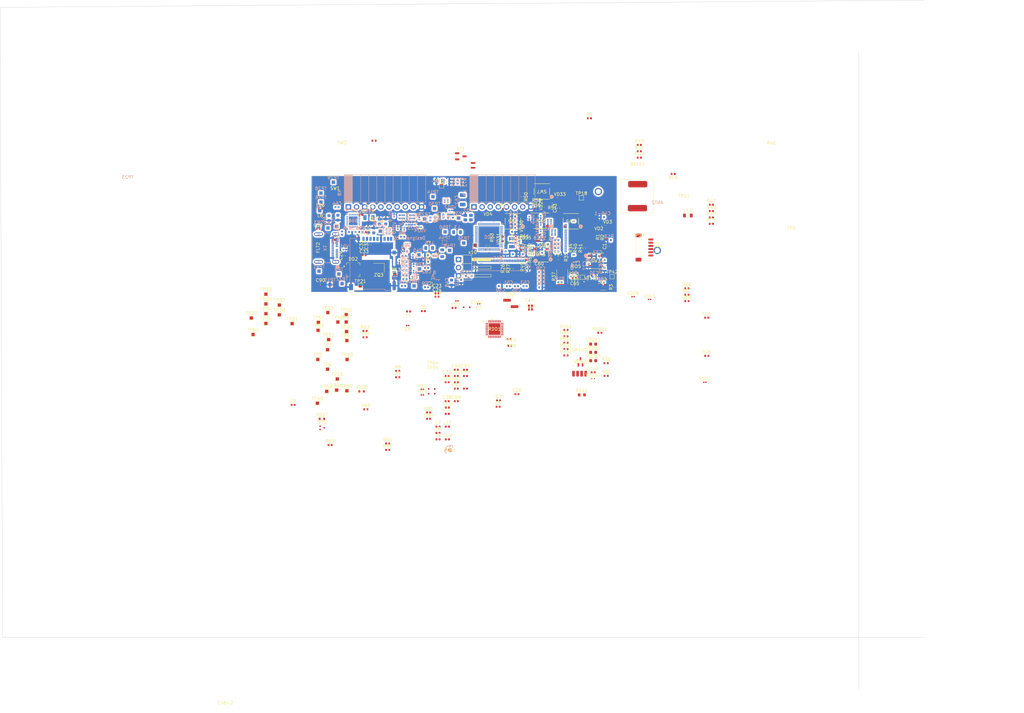
<source format=kicad_pcb>
(kicad_pcb (version 20241229) (generator "pcbnew") (generator_version "9.0")
  (layers (0 "F.Cu" signal) (2 "B.Cu" signal) (13 "F.Paste" user) (15 "B.Paste" user) (5 "F.SilkS" user "F.Silkscreen") (7 "B.SilkS" user "B.Silkscreen") (1 "F.Mask" user) (3 "B.Mask" user) (25 "Edge.Cuts" user))
  (net 0 "")
  (net 1 "Net-(ANT2-A)")
  (net 2 "Net-(VT1b1-D)")
  (net 3 "Net-(BA1b1-Pad2)")
  (net 4 "VBUS")
  (net 5 "Net-(DA1b1-Vs)")
  (net 6 "SPI_D_MOSI")
  (net 7 "SPI_D_SCK")
  (net 8 "Net-(DD1-PC14)")
  (net 9 "Net-(DD1-RF1)")
  (net 10 "Net-(FLT1-IN)")
  (net 11 "Net-(FLT1-OUT)")
  (net 12 "+3V3")
  (net 13 "Net-(DD1-PC15)")
  (net 14 "Net-(DD1-VFBSMPS)")
  (net 15 "Net-(DD1-VREF+)")
  (net 16 "Net-(DD2-RF_N)")
  (net 17 "Net-(C29-Pad2)")
  (net 18 "Net-(DD2-DCOUPL)")
  (net 19 "Net-(C31-Pad1)")
  (net 20 "Net-(C32-Pad1)")
  (net 21 "Net-(DD2-RF_P)")
  (net 22 "Net-(DD2-XOSC_Q1)")
  (net 23 "Net-(DD2-XOSC_Q2)")
  (net 24 "Net-(C38-Pad2)")
  (net 25 "Net-(C39-Pad2)")
  (net 26 "Net-(SW2-RFin)")
  (net 27 "RESET")
  (net 28 "Net-(C42-Pad1)")
  (net 29 "Net-(C43-Pad1)")
  (net 30 "Net-(C44-Pad1)")
  (net 31 "Net-(C45-Pad1)")
  (net 32 "RF_SW_1")
  (net 33 "RF_SW_0")
  (net 34 "Net-(X5-Pin_17)")
  (net 35 "Net-(X5-Pin_18)")
  (net 36 "Net-(X5-Pin_19)")
  (net 37 "Net-(X5-Pin_23)")
  (net 38 "Net-(X5-Pin_22)")
  (net 39 "Net-(X5-Pin_21)")
  (net 40 "Net-(X5-Pin_20)")
  (net 41 "Net-(X5-Pin_24)")
  (net 42 "Net-(X5-Pin_25)")
  (net 43 "Net-(X5-Pin_26)")
  (net 44 "Net-(X5-Pin_27)")
  (net 45 "SYS")
  (net 46 "Net-(VD6-A2)")
  (net 47 "Net-(X9-Pin_1)")
  (net 48 "Net-(VD11-A1)")
  (net 49 "BAT")
  (net 50 "Net-(C64-Pad2)")
  (net 51 "Net-(DD6-BTST)")
  (net 52 "Net-(DD5-VDD)")
  (net 53 "USB 5V")
  (net 54 "Net-(DD6-PMID)")
  (net 55 "Net-(DA5-VIN)")
  (net 56 "Net-(DD6-REGN)")
  (net 57 "LDO_3.3V")
  (net 58 "GND2")
  (net 59 "ext3.3V")
  (net 60 "GND1")
  (net 61 "Net-(DA6-FB)")
  (net 62 "Net-(DD8-IN1)")
  (net 63 "Net-(DD8-IN2)")
  (net 64 "Net-(C89-Pad2)")
  (net 65 "Net-(C91-Pad1)")
  (net 66 "Net-(SW2-J3)")
  (net 67 "Net-(DA1b1-OUT)")
  (net 68 "I2C_SCL")
  (net 69 "Net-(DA4-B)")
  (net 70 "LCD_LED")
  (net 71 "Net-(DA4-R)")
  (net 72 "Net-(DA4-G)")
  (net 73 "I2C_SDA")
  (net 74 "Net-(DA6-SW)")
  (net 75 "PA4")
  (net 76 "Net-(DD1-PA5)")
  (net 77 "PA6")
  (net 78 "BUTTON_BACK")
  (net 79 "PERIPH_POWER")
  (net 80 "IR_TX")
  (net 81 "PC1")
  (net 82 "RFID_PULL")
  (net 83 "SPI_D_MISO")
  (net 84 "PC3")
  (net 85 "IR_RX")
  (net 86 "CC1101_G0")
  (net 87 "SPEAKER")
  (net 88 "BUTTON_OK")
  (net 89 "PC0")
  (net 90 "CC1101_CS")
  (net 91 "SPI_R_SCK")
  (net 92 "SPI_R_MISO")
  (net 93 "Net-(DD2-RBIAS)")
  (net 94 "Net-(DD2-GDO0)")
  (net 95 "SPI_R_MOSI")
  (net 96 "Net-(DD5-BIN)")
  (net 97 "Net-(DD5-GPOUT)")
  (net 98 "Net-(DD6-INT)")
  (net 99 "Net-(DD6-ILIM)")
  (net 100 "Net-(DD6-PG_N)")
  (net 101 "Net-(DD6-OTG_IUSB)")
  (net 102 "Net-(DD6-TS)")
  (net 103 "Net-(DD6-STAT)")
  (net 105 "Net-(DD7-SW)")
  (net 106 "Net-(DD8-OUT)")
  (net 109 "Net-(FLT2-Unbal)")
  (net 112 "Net-(HG3-Pin_1)")
  (net 113 "Net-(DD1-VLXSMPS)")
  (net 114 "Net-(SW1-J2)")
  (net 115 "Net-(L14-Pad2)")
  (net 116 "Net-(L15-Pad2)")
  (net 117 "Net-(SW2-J2)")
  (net 118 "Net-(SW2-J1)")
  (net 119 "Net-(SW1-J1)")
  (net 120 "Net-(SW1-J3)")
  (net 121 "Net-(X1-CC1)")
  (net 122 "Net-(X1-CC2)")
  (net 123 "Net-(X4b1-Pin_5)")
  (net 124 "Net-(VT1b1-G)")
  (net 125 "Net-(VD37-A)")
  (net 126 "Net-(VT1-G)")
  (net 127 "Net-(DD1-PA12)")
  (net 128 "Net-(VD2b3-A)")
  (net 129 "Net-(VT2b1-G)")
  (net 130 "Net-(X4b1-Pin_3)")
  (net 131 "Net-(DD1-PB5)")
  (net 132 "Net-(DD1-PA11)")
  (net 133 "Net-(VD2-A2)")
  (net 134 "Net-(VD3-A2)")
  (net 135 "Net-(VD2b1-A)")
  (net 137 "Net-(R10C-R3.2)")
  (net 138 "Net-(R10B-R2.2)")
  (net 140 "Net-(VD2b2-A)")
  (net 141 "Net-(R11B-R2.2)")
  (net 142 "SWCLK")
  (net 144 "Net-(R11A-R1.2)")
  (net 145 "Net-(R11D-R4.2)")
  (net 146 "Net-(SW1-RFin)")
  (net 147 "DISPLAY_CS")
  (net 148 "DISPLAY_RST")
  (net 149 "Net-(X7-DAT1)")
  (net 150 "Net-(X7-DAT2)")
  (net 151 "SD_CS")
  (net 152 "Net-(X7-DAT3{slash}CD)")
  (net 153 "Net-(X7-CMD)")
  (net 154 "Net-(VD4-RK)")
  (net 155 "Net-(X7-CLK)")
  (net 156 "Net-(VD4-GK)")
  (net 157 "Net-(X7-DAT0)")
  (net 158 "Net-(X6-Pin_9)")
  (net 159 "Net-(VD4-BK)")
  (net 160 "SD_CD")
  (net 161 "Net-(X7-SW_DTCT)")
  (net 162 "Net-(R32C-R3.2)")
  (net 163 "Net-(R32B-R2.2)")
  (net 164 "Net-(R32D-R4.2)")
  (net 165 "Net-(R32A-R1.2)")
  (net 166 "Net-(R33A-R1.2)")
  (net 167 "Net-(R33D-R4.2)")
  (net 168 "Net-(R33B-R2.2)")
  (net 169 "Net-(R33C-R3.2)")
  (net 170 "Net-(VT5-G)")
  (net 171 "Net-(VD34-A1)")
  (net 172 "Net-(VD33-A1)")
  (net 173 "Net-(VD29-A1)")
  (net 174 "Net-(VD27-A1)")
  (net 175 "Net-(VD30-A1)")
  (net 176 "Net-(VD35-A1)")
  (net 177 "BUTTON_RIGHT")
  (net 178 "BUTTON_LEFT")
  (net 179 "BUTTON_UP")
  (net 180 "BUTTON_DOWN")
  (net 181 "Net-(VD32-A)")
  (net 182 "iBTN")
  (net 183 "Net-(VD36-K)")
  (net 184 "+5V")
  (net 185 "Net-(RDA1-SW-PadB1)")
  (net 186 "NFC_IRQ")
  (net 187 "Net-(RDD1-VDD_D)")
  (net 188 "NFC_CS")
  (net 189 "Net-(RDD1-VDD_DR)")
  (net 190 "Net-(RDD1-CSO)")
  (net 191 "Net-(RDD1-RFI1)")
  (net 192 "Net-(RDD1-RFO2)")
  (net 194 "Net-(RDD1-RFI2)")
  (net 196 "Net-(RDD1-XTI)")
  (net 197 "Net-(RDD1-EXT_LM)")
  (net 199 "Net-(RDD1-VDD_A)")
  (net 200 "Net-(RDD1-XTO)")
  (net 201 "Net-(RDD1-CSI)")
  (net 202 "Net-(RDD1-AGDC)")
  (net 203 "Net-(RDD1-RFO1)")
  (net 204 "Net-(RDD1-VDD_AM)")
  (net 205 "SWDIO")
  (net 206 "VIBRO")
  (net 207 "RFID_CARRIER")
  (net 208 "RFID_RF_IN")
  (net 209 "RFID_OUT")
  (net 210 "Pogo Pin 1")
  (net 211 "Net-(VD2b1-K)")
  (net 212 "PB2")
  (net 213 "PB3")
  (net 214 "PA7")
  (net 215 "UART1_RX")
  (net 216 "UART1_TX")
  (net 227 "DISPLAY_DI")
  (net 230 "Net-(DD1-OSC_OUT)")
  (net 231 "Net-(DD1-OSC_IN)")
  (net 234 "GND")
  (footprint "Resistor_SMD:R_0402_1005Metric" (layer "F.Cu") (at 194.2 78.84 90)
    (property "Reference" "R1")
    (property "Value" "5.1k")
  )
  (footprint "Resistor_SMD:R_0402_1005Metric" (layer "F.Cu") (at 195.65 78.95 90)
    (property "Reference" "R2")
    (property "Value" "5.1k")
  )
  (footprint "Resistor_SMD:R_0402_1005Metric" (layer "F.Cu") (at 227.075 115.99)
    (property "Reference" "R25")
    (property "Value" "0")
  )
  (footprint "TestPoint:TestPoint_Pad_1.0x1.0mm" (layer "F.Cu") (at 140.6 93.6)
    (property "Reference" "TP17")
    (property "Value" "LDO2")
  )
  (footprint "Resistor_SMD:R_0402_1005Metric" (layer "F.Cu") (at 120.525201 132.7052)
    (property "Reference" "R60")
    (property "Value" "100k")
  )
  (footprint "TestPoint:TestPoint_Pad_1.0x1.0mm" (layer "F.Cu") (at 111.4 126.7)
    (property "Reference" "TP60")
    (property "Value" "IR_TX")
  )
  (footprint "LED_SMD:LED_0603_1608Metric" (layer "F.Cu") (at 191.58 117.49)
    (property "Reference" "VD2b3")
    (property "Value" "VSMY14940")
  )
  (footprint "Capacitor_SMD:C_0402_1005Metric" (layer "F.Cu") (at 171.98 100.25)
    (property "Reference" "C13")
    (property "Value" "100nF")
  )
  (footprint "Resistor_SMD:R_0402_1005Metric" (layer "F.Cu") (at 195.63 122.25)
    (property "Reference" "R65")
    (property "Value" "DNP")
  )
  (footprint "TestPoint:TestPoint_Pad_1.0x1.0mm" (layer "F.Cu") (at 93.5 103.15)
    (property "Reference" "TP38")
    (property "Value" "RFID_OUT")
  )
  (footprint "TestPoint:TestPoint_Pad_1.0x1.0mm" (layer "F.Cu") (at 114.4 103.1)
    (property "Reference" "TP56")
    (property "Value" "SYS")
  )
  (footprint "Inductor_SMD:L_0402_1005Metric" (layer "F.Cu") (at 106.215 73.3)
    (property "Reference" "L6")
    (property "Value" "0")
  )
  (footprint "Inductor_SMD:L_0402_1005Metric" (layer "F.Cu") (at 143.08 140.11)
    (property "Reference" "L8")
    (property "Value" "0")
  )
  (footprint "Diode_SMD:D_0201_0603Metric" (layer "F.Cu") (at 170.345 78 180)
    (property "Reference" "VD35")
    (property "Value" "ESD241B1W0201E6327XTSA1")
  )
  (footprint "footprints:VFQFPN32_5X5_WETTABLE_STM" (layer "F.Cu") (at 160.750001 107.6021)
    (property "Reference" "RDD1")
    (property "Value" "ST25R3916-AQWT")
  )
  (footprint "TestPoint:TestPoint_Pad_1.0x1.0mm" (layer "F.Cu") (at 85.3 109.3)
    (property "Reference" "TP61")
    (property "Value" "GND")
  )
  (footprint "Resistor_SMD:R_0402_1005Metric" (layer "F.Cu") (at 228.51 70.71)
    (property "Reference" "R48")
    (property "Value" "3.3")
  )
  (footprint "Resistor_SMD:R_0402_1005Metric" (layer "F.Cu") (at 228.51 72.7)
    (property "Reference" "R70")
    (property "Value" "1.5")
  )
  (footprint "Inductor_SMD:L_0402_1005Metric" (layer "F.Cu") (at 145.99 142.1)
    (property "Reference" "L19")
    (property "Value" "27nH")
  )
  (footprint "Resistor_SMD:R_0402_1005Metric" (layer "F.Cu") (at 188.8 82.31 90)
    (property "Reference" "R41")
    (property "Value" "1.5k")
  )
  (footprint "TestPoint:TestPoint_Pad_1.0x1.0mm" (layer "F.Cu") (at 144.2 62.8)
    (property "Reference" "TP15")
    (property "Value" "EXT3V32")
  )
  (footprint "NetTie:NetTie-2_SMD_Pad0.5mm" (layer "F.Cu") (at 154.05 55.665)
    (property "Reference" "SB5" (hide yes))
    (property "Value" "Net Tie" (hide yes))
  )
  (footprint "Resistor_SMD:R_0402_1005Metric" (layer "F.Cu") (at 187.2 82.31 90)
    (property "Reference" "R40")
    (property "Value" "1.5k")
  )
  (footprint "Resistor_SMD:R_0201_0603Metric" (layer "F.Cu") (at 138.1852 128.1952)
    (property "Reference" "R15")
    (property "Value" "0")
  )
  (footprint "Connector_PinHeader_2.54mm:PinHeader_1x03_P2.54mm_Horizontal" (layer "F.Cu") (at 149.5 85.86)
    (property "Reference" "x10")
    (property "Value" "Connector 3P")
  )
  (footprint "Resistor_SMD:R_0402_1005Metric" (layer "F.Cu") (at 170.6 88.19 90)
    (property "Reference" "R49")
    (property "Value" "10k")
  )
  (footprint "footprints:SOT323_DMN2058UW_DIO" (layer "F.Cu") (at 191.1 91.7)
    (property "Reference" "VT1b1")
    (property "Value" "DMN2058UW-7")
  )
  (footprint "Resistor_SMD:R_0201_0603Metric" (layer "F.Cu") (at 138.1852 126.4452)
    (property "Reference" "R12")
    (property "Value" "0")
  )
  (footprint "Resistor_SMD:R_0402_1005Metric" (layer "F.Cu") (at 166.2 88.71 90)
    (property "Reference" "R27")
    (property "Value" "0")
  )
  (footprint "TestPoint:TestPoint_Pad_1.0x1.0mm" (layer "F.Cu") (at 111.62 123.22)
    (property "Reference" "TP16")
    (property "Value" "LDO1")
  )
  (footprint "NetTie:NetTie-2_SMD_Pad0.5mm" (layer "F.Cu") (at 154.05 57.165)
    (property "Reference" "SB6" (hide yes))
    (property "Value" "Net Tie" (hide yes))
  )
  (footprint "Capacitor_SMD:C_0402_1005Metric" (layer "F.Cu") (at 119.99 84.5)
    (property "Reference" "C33")
    (property "Value" "0.6pF")
  )
  (footprint "Inductor_SMD:L_0402_1005Metric" (layer "F.Cu") (at 143.08 142.1)
    (property "Reference" "L9")
    (property "Value" "2.2nH")
  )
  (footprint "Diode_SMD:D_SOD-923" (layer "F.Cu") (at 191.555 123.1)
    (property "Reference" "VD1b1")
    (property "Value" "ESD230B1W0201E6327XT")
  )
  (footprint "footprints:SMD_RGB_LED_CLMUD-FKC-CHJNPM569ABB845343" (layer "F.Cu") (at 158.675 82.075)
    (property "Reference" "VD4")
    (property "Value" "CLMUD-FKC-CHJNPM569ABB845343")
  )
  (footprint "Diode_SMD:D_SOD-523" (layer "F.Cu") (at 119.2 127.1)
    (property "Reference" "VD28")
    (property "Value" "1N4148X")
  )
  (footprint "Connector_PinHeader_2.00mm:PinHeader_1x02_P2.00mm_Vertical_SMD_Pin1Left" (layer "F.Cu") (at 165.825 99.6)
    (property "Reference" "HG3")
    (property "Value" "ERC12864FAMF03-1-S7")
  )
  (footprint "Inductor_SMD:L_0402_1005Metric" (layer "F.Cu") (at 119.015 71.9)
    (property "Reference" "L20")
    (property "Value" "0")
  )
  (footprint "Inductor_SMD:L_0402_1005Metric" (layer "F.Cu") (at 122.715 74.2)
    (property "Reference" "L18")
    (property "Value" "0")
  )
  (footprint "footprints:SOT323_DMN2058UW_DIO" (layer "F.Cu") (at 187.6031 117.870297)
    (property "Reference" "VT2b1")
    (property "Value" "DMN2058UW-7")
  )
  (footprint "Package_TO_SOT_SMD:SOT-23-5" (layer "F.Cu") (at 175.5 79.1 180)
    (property "Reference" "DD8")
    (property "Value" "NC7SZ125M5X")
  )
  (footprint "TestPoint:TestPoint_Pad_1.0x1.0mm" (layer "F.Cu") (at 114.5 108.4)
    (property "Reference" "TP46")
    (property "Value" "R_MI")
  )
  (footprint "TestPoint:TestPoint_Pad_1.0x1.0mm" (layer "F.Cu") (at 108.57 114.07)
    (property "Reference" "TP7")
    (property "Value" "3V32")
  )
  (footprint "Resistor_SMD:R_0402_1005Metric" (layer "F.Cu") (at 130.49 122.69)
    (property "Reference" "R9")
    (property "Value" "22")
  )
  (footprint "Capacitor_SMD:C_0402_1005Metric" (layer "F.Cu") (at 185.8 94.5)
    (property "Reference" "C65")
    (property "Value" "470nF")
  )
  (footprint "Resistor_SMD:R_0402_1005Metric" (layer "F.Cu") (at 195.63 118.27)
    (property "Reference" "R30")
    (property "Value" "0")
  )
  (footprint "footprints:2_TEST_PIN_1.35mm_pitch" (layer "F.Cu") (at 152 100.8 180)
    (property "Reference" "TP52")
    (property "Value" "BLE1")
  )
  (footprint "footprints:SKRMAAE010_AAL" (layer "F.Cu") (at 175.425 73.750001 180)
    (property "Reference" "SW4")
    (property "Value" "SKRMAAE010")
  )
  (footprint "footprints:TSOP75338TR" (layer "F.Cu") (at 187.33 121.555)
    (property "Reference" "DA1b1")
    (property "Value" "TSOP75338TR")
  )
  (footprint "TestPoint:TestPoint_Pad_1.0x1.0mm" (layer "F.Cu") (at 105.52 117.12)
    (property "Reference" "TP2")
    (property "Value" "PG")
  )
  (footprint "Inductor_SMD:L_0402_1005Metric" (layer "F.Cu") (at 117.785 78.9)
    (property "Reference" "L4")
    (property "Value" "3.3nH")
  )
  (footprint "Capacitor_SMD:C_0402_1005Metric" (layer "F.Cu") (at 162.005 129.94)
    (property "Reference" "C2")
    (property "Value" "DNP")
  )
  (footprint "TestPoint:TestPoint_Pad_1.0x1.0mm" (layer "F.Cu") (at 129.6 90.5)
    (property "Reference" "TP13")
    (property "Value" "SYS2")
  )
  (footprint "TestPoint:TestPoint_Pad_1.0x1.0mm" (layer "F.Cu") (at 108.65 102.45)
    (property "Reference" "TP12")
    (property "Value" "SYS1")
  )
  (footprint "Capacitor_SMD:C_0402_1005Metric" (layer "F.Cu") (at 138.5 102)
    (property "Reference" "C5")
    (property "Value" "0.8pF")
  )
  (footprint "Capacitor_SMD:C_0402_1005Metric" (layer "F.Cu") (at 165.3 110.72)
    (property "Reference" "C19")
    (property "Value" "4.7uF")
  )
  (footprint "footprints:Buzzer_539-AST0760MCTRQ" (layer "F.Cu") (at 205.4 66.3)
    (property "Reference" "BA1b1")
    (property "Value" "AST0760MCTRQ")
  )
  (footprint "TestPoint:TestPoint_Pad_1.0x1.0mm" (layer "F.Cu") (at 105.6 108)
    (property "Reference" "TP53")
    (property "Value" "CC_PWR")
  )
  (footprint "Capacitor_SMD:C_0402_1005Metric" (layer "F.Cu") (at 142.77 95.25)
    (property "Reference" "C23")
    (property "Value" "100pF")
  )
  (footprint "TestPoint:TestPoint_Pad_1.0x1.0mm" (layer "F.Cu") (at 188.2 91.4)
    (property "Reference" "TP5")
    (property "Value" "GPOUT")
  )
  (footprint "footprints:SKRMAAE010_AAL" (layer "F.Cu") (at 175.2 84.2 180)
    (property "Reference" "SW8")
    (property "Value" "SKRMAAE010")
  )
  (footprint "Resistor_SMD:R_0402_1005Metric" (layer "F.Cu") (at 173.89 68.5)
    (property "Reference" "R58")
    (property "Value" "330")
  )
  (footprint "Capacitor_SMD:C_0402_1005Metric" (layer "F.Cu") (at 148.8 130.17)
    (property "Reference" "C89")
    (property "Value" "DNP")
  )
  (footprint "TestPoint:TestPoint_Pad_1.0x1.0mm" (layer "F.Cu") (at 114.67 117.12)
    (property "Reference" "TP20")
    (property "Value" "GND3")
  )
  (footprint "Resistor_SMD:R_0402_1005Metric" (layer "F.Cu") (at 183.07 115.86)
    (property "Reference" "R7b1")
    (property "Value" "10")
  )
  (footprint "Capacitor_SMD:C_0201_0603Metric" (layer "F.Cu") (at 133.6 106.5 180)
    (property "Reference" "C6")
    (property "Value" "0.3pF")
  )
  (footprint "Capacitor_SMD:C_0402_1005Metric" (layer "F.Cu") (at 198.3 94.5 90)
    (property "Reference" "R3")
    (property "Value" "100k")
  )
  (footprint "Inductor_SMD:L_0402_1005Metric" (layer "F.Cu") (at 148.1 101)
    (property "Reference" "L2")
    (property "Value" "3nH")
  )
  (footprint "TestPoint:TestPoint_Pad_1.0x1.0mm" (layer "F.Cu") (at 89.3 102.8)
    (property "Reference" "TP34")
    (property "Value" "IR_TX")
  )
  (footprint "TestPoint:TestPoint_Pad_1.0x1.0mm" (layer "F.Cu") (at 97.5 105.9)
    (property "Reference" "TP31")
    (property "Value" "NFC_CS")
  )
  (footprint "Resistor_SMD:R_0402_1005Metric" (layer "F.Cu") (at 216.59 59.1 180)
    (property "Reference" "R16")
    (property "Value" "1.5")
  )
  (footprint "Diode_SMD:D_SOD-523" (layer "F.Cu") (at 106.8 135.7)
    (property "Reference" "VD37")
    (property "Value" "DNP")
  )
  (footprint "Resistor_SMD:R_0402_1005Metric" (layer "F.Cu") (at 169.4 66.19 -90)
    (property "Reference" "R50")
    (property "Value" "10k")
  )
  (footprint "Resistor_SMD:R_0402_1005Metric" (layer "F.Cu") (at 170.6 85.51 -90)
    (property "Reference" "R59")
    (property "Value" "330")
  )
  (footprint "Package_TO_SOT_SMD:SOT-523" (layer "F.Cu") (at 106.88 138.5)
    (property "Reference" "VT5")
    (property "Value" "DMN313DLT-7")
  )
  (footprint "Resistor_SMD:R_0402_1005Metric" (layer "F.Cu") (at 120.275201 110.1852)
    (property "Reference" "R63")
    (property "Value" "510")
  )
  (footprint "Capacitor_SMD:C_0402_1005Metric" (layer "F.Cu") (at 148.8 120.32)
    (property "Reference" "C40")
    (property "Value" "DNP")
  )
  (footprint "Resistor_SMD:R_0402_1005Metric" (layer "F.Cu") (at 127.365 143.4)
    (property "Reference" "R54")
    (property "Value" "330")
  )
  (footprint "Resistor_SMD:R_0402_1005Metric" (layer "F.Cu") (at 164.5 88.7 90)
    (property "Reference" "R26")
    (property "Value" "51")
  )
  (footprint "Capacitor_SMD:C_0402_1005Metric" (layer "F.Cu") (at 151.67 122.29)
    (property "Reference" "C92")
    (property "Value" "DNP")
  )
  (footprint "TestPoint:TestPoint_Pad_1.0x1.0mm" (layer "F.Cu") (at 89.3 105.85)
    (property "Reference" "TP35")
    (property "Value" "SPEAKER")
  )
  (footprint "Capacitor_SMD:C_0402_1005Metric" (layer "F.Cu") (at 168.9 82.22 -90)
    (property "Reference" "C87")
    (property "Value" "10uF")
  )
  (footprint "Resistor_SMD:R_0402_1005Metric" (layer "F.Cu") (at 170.09 79.8)
    (property "Reference" "R61")
    (property "Value" "10k")
  )
  (footprint "Resistor_SMD:R_0402_1005Metric" (layer "F.Cu") (at 183.07 111.88)
    (property "Reference" "R5b1")
    (property "Value" "39")
  )
  (footprint "footprints:SKRMAAE010_AAL" (layer "F.Cu") (at 166.5 73.9 180)
    (property "Reference" "SW6")
    (property "Value" "SKRMAAE010")
  )
  (footprint "Capacitor_SMD:C_0402_1005Metric" (layer "F.Cu") (at 185.78 93)
    (property "Reference" "C66")
    (property "Value" "2.2uF")
  )
  (footprint "Inductor_SMD:L_0402_1005Metric" (layer "F.Cu") (at 145.99 138.12)
    (property "Reference" "L17")
    (property "Value" "22nH")
  )
  (footprint "footprints:BQ27220YZFR" (layer "F.Cu") (at 186.3 88)
    (property "Reference" "DD5")
    (property "Value" "BQ27220YZFR")
  )
  (footprint "Capacitor_SMD:C_0402_1005Metric" (layer "F.Cu") (at 196.3 81.72 90)
    (property "Reference" "C1")
    (property "Value" "100nF")
  )
  (footprint "Diode_SMD:D_0201_0603Metric" (layer "F.Cu") (at 176.3 68.645 90)
    (property "Reference" "VD29")
    (property "Value" "ESD241B1W0201E6327XTSA1")
  )
  (footprint "Package_DFN_QFN:QFN-20-1EP_4x4mm_P0.5mm_EP2.5x2.5mm" (layer "F.Cu") (at 116.5875 89)
    (property "Reference" "DD2")
    (property "Value" "~")
  )
  (footprint "Resistor_SMD:R_0402_1005Metric" (layer "F.Cu") (at 109.365 143.88)
    (property "Reference" "R52")
    (property "Value" "DNP")
  )
  (footprint "Capacitor_SMD:C_0402_1005Metric" (layer "F.Cu") (at 113.8 84.68 90)
    (property "Reference" "C29")
    (property "Value" "100pF")
  )
  (footprint "Inductor_SMD:L_0402_1005Metric" (layer "F.Cu") (at 145.99 134.14)
    (property "Reference" "L11")
    (property "Value" "2.7nH")
  )
  (footprint "TestPoint:TestPoint_Pad_1.0x1.0mm" (layer "F.Cu") (at 108.9 110.9)
    (property "Reference" "TP51")
    (property "Value" "NRST")
  )
  (footprint "Capacitor_SMD:C_0402_1005Metric" (layer "F.Cu") (at 145.93 130.17)
    (property "Reference" "C38")
    (property "Value" "100pF")
  )
  (footprint "Connector_JST:JST_SH_SM06B-SRSS-TB_1x06-1MP_P1.00mm_Horizontal" (layer "F.Cu") (at 207.6 82.1 -90)
    (property "Reference" "X4b1")
    (property "Value" "0.5-H2.0-6LT")
  )
  (footprint "Capacitor_SMD:C_0402_1005Metric" (layer "F.Cu") (at 145.93 124.26)
    (property "Reference" "C35")
    (property "Value" "9pF")
  )
  (footprint "Inductor_SMD:L_0402_1005Metric" (layer "F.Cu") (at 143.08 138.12)
    (property "Reference" "L7")
    (property "Value" "0")
  )
  (footprint "Capacitor_SMD:C_0402_1005Metric" (layer "F.Cu") (at 171.98 101.53)
    (property "Reference" "C14")
    (property "Value" "100nF")
  )
  (footprint "Capacitor_SMD:C_0201_0603Metric" (layer "F.Cu") (at 155.8 99.7 180)
    (property "Reference" "C7")
    (property "Value" "1.5pF")
  )
  (footprint "TestPoint:TestPoint_Pad_1.0x1.0mm" (layer "F.Cu") (at 93.5 100.1)
    (property "Reference" "TP37")
    (property "Value" "RFID_IN")
  )
  (footprint "Resistor_SMD:R_0402_1005Metric" (layer "F.Cu") (at 163.89 70.1)
    (property "Reference" "R57")
    (property "Value" "330")
  )
  (footprint "Resistor_SMD:R_0402_1005Metric" (layer "F.Cu") (at 205.99 52.01)
    (property "Reference" "R44")
    (property "Value" "10k")
  )
  (footprint "Resistor_SMD:R_0603_1608Metric" (layer "F.Cu") (at 188.0258 128.200002)
    (property "Reference" "R1b1")
    (property "Value" "22")
  )
  (footprint "Resistor_SMD:R_0402_1005Metric" (layer "F.Cu") (at 173.79 70)
    (property "Reference" "R56")
    (property "Value" "330")
  )
  (footprint "footprints:SKRMAAE010_AAL" (layer "F.Cu") (at 175.5334 64.58055 180)
    (property "Reference" "SW7")
    (property "Value" "SKRMAAE010")
  )
  (footprint "Crystal:Crystal_SMD_2520-4Pin_2.5x2.0mm" (layer "F.Cu") (at 124.575 88.5 180)
    (property "Reference" "ZQ3")
    (property "Value" "CXD2-026000000-0810B")
  )
  (footprint "Resistor_SMD:R_0402_1005Metric" (layer "F.Cu") (at 205.99 50.02)
    (property "Reference" "R43")
    (property "Value" "DNP")
  )
  (footprint "Diode_SMD:D_0201_0603Metric" (layer "F.Cu") (at 170.2 75.445 90)
    (property "Reference" "VD30")
    (property "Value" "ESD241B1W0201E6327XTSA1")
  )
  (footprint "Inductor_SMD:L_0402_1005Metric" (layer "F.Cu") (at 133.9 102.1 180)
    (property "Reference" "L1")
    (property "Value" "2.7nH")
  )
  (footprint "TestPoint:TestPoint_Pad_1.0x1.0mm" (layer "F.Cu") (at 111.8 105.4)
    (property "Reference" "TP40")
    (property "Value" "R_CLK")
  )
  (footprint "Resistor_SMD:R_0402_1005Metric" (layer "F.Cu") (at 178.81 68.5 180)
    (property "Reference" "R51")
    (property "Value" "10k")
  )
  (footprint "Resistor_SMD:R_2512_6332Metric" (layer "F.Cu") (at 181.9 91.2 90)
    (property "Reference" "R37")
    (property "Value" "10m")
  )
  (footprint "Resistor_SMD:R_0402_1005Metric" (layer "F.Cu") (at 130.49 120.7)
    (property "Reference" "R8")
    (property "Value" "22")
  )
  (footprint "Resistor_SMD:R_0402_1005Metric" (layer "F.Cu") (at 228.51 68.72)
    (property "Reference" "R47")
    (property "Value" "10k")
  )
  (footprint "TestPoint:TestPoint_Pad_1.0x1.0mm" (layer "F.Cu") (at 84.75 104.15)
    (property "Reference" "TP27")
    (property "Value" "I2C_SDA2")
  )
  (footprint "footprints:QFN-12-2x2mm_equal_distribution" (layer "F.Cu") (at 113.2 65.4)
    (property "Reference" "SW2")
    (property "Value" "~")
  )
  (footprint "Capacitor_SMD:C_0402_1005Metric" (layer "F.Cu") (at 121.87 81.28 90)
    (property "Reference" "C32")
    (property "Value" "1.2pF")
  )
  (footprint "Diode_SMD:D_0201_0603Metric" (layer "F.Cu") (at 193.355 75.14 180)
    (property "Reference" "VD2")
    (property "Value" "ESD230B1W0201E6327XTSA1")
  )
  (footprint "Resistor_SMD:R_0402_1005Metric" (layer "F.Cu") (at 184.3 85.1 90)
    (property "Reference" "R35")
    (property "Value" "10k")
  )
  (footprint "footprints:2_TEST_PIN_1.35mm_pitch" (layer "F.Cu") (at 141.1602 126.3202)
    (property "Reference" "TP54")
    (property "Value" "Balun")
  )
  (footprint "footprints:QFN-12-2x2mm_equal_distribution" (layer "F.Cu") (at 111 79.7)
    (property "Reference" "SW1")
    (property "Value" "SKY13373-460LF")
  )
  (footprint "Capacitor_SMD:C_0201_0603Metric" (layer "F.Cu") (at 149 98.8 180)
    (property "Reference" "C8")
    (property "Value" "DNP")
  )
  (footprint "footprints:WLCSP9_1P2X1P2_ONS" (layer "F.Cu") (at 146.8 145.5)
    (property "Reference" "RDA1")
    (property "Value" "FAN48610BUC50X")
  )
  (footprint "TestPoint:TestPoint_Pad_1.0x1.0mm" (layer "F.Cu") (at 89.3 96.7)
    (property "Reference" "TP32")
    (property "Value" "RFID_CARRIER")
  )
  (footprint "Capacitor_SMD:C_0402_1005Metric" (layer "F.Cu") (at 97.805 131.33)
    (property "Reference" "C9")
    (property "Value" "10uF")
  )
  (footprint "Inductor_SMD:L_0805_2012Metric" (layer "F.Cu") (at 221.1625 72.1)
    (property "Reference" "L13")
    (property "Value" "470nH")
  )
  (footprint "Capacitor_SMD:C_0402_1005Metric" (layer "F.Cu") (at 140.145 133.69)
    (property "Reference" "C85")
    (property "Value" "100nF")
  )
  (footprint "Diode_SMD:D_SOD-523" (layer "F.Cu") (at 163.3 79.4 90)
    (property "Reference" "VD31")
    (property "Value" "1N4148X")
  )
  (footprint "Capacitor_SMD:C_0402_1005Metric" (layer "F.Cu") (at 120.27 81.28 90)
    (property "Reference" "C31")
    (property "Value" "DNP")
  )
  (footprint "Package_TO_SOT_SMD:SOT-363_SC-70-6" (layer "F.Cu") (at 194.7 94.35)
    (property "Reference" "VT2")
    (property "Value" "MMDT2907A-7-F")
  )
  (footprint "Resistor_SMD:R_0402_1005Metric" (layer "F.Cu") (at 161.1 79.01 90)
    (property "Reference" "R53")
    (property "Value" "10k")
  )
  (footprint "footprints:SKRMAAE010_AAL" (layer "F.Cu") (at 184.6 73.9 180)
    (property "Reference" "SW5")
    (property "Value" "SKRMAAE010")
  )
  (footprint "Capacitor_SMD:C_0402_1005Metric" (layer "F.Cu") (at 121.72 70.4)
    (property "Reference" "C45")
    (property "Value" "8.2pF")
  )
  (footprint "Diode_SMD:D_0201_0603Metric" (layer "F.Cu") (at 209.215 98.34)
    (property "Reference" "VD11")
    (property "Value" "ESD230B1W0201E6327XTSA1")
  )
  (footprint "Capacitor_SMD:C_0402_1005Metric" (layer "F.Cu") (at 142.77 96.5)
    (property "Reference" "C24")
    (property "Value" "100nF")
  )
  (footprint "Resistor_SMD:R_0402_1005Metric" (layer "F.Cu") (at 228.51 74.69)
    (property "Reference" "R71")
    (property "Value" "3.3")
  )
  (footprint "TestPoint:TestPoint_Pad_1.0x1.0mm" (layer "F.Cu") (at 197.5 91.2)
    (property "Reference" "TP42")
    (property "Value" "VBUS2")
  )
  (footprint "Capacitor_SMD:C_0402_1005Metric" (layer "F.Cu") (at 145.93 122.29)
    (property "Reference" "C34")
    (property "Value" "9pF")
  )
  (footprint "Capacitor_SMD:C_0402_1005Metric" (layer "F.Cu") (at 148.8 126.23)
    (property "Reference" "C44")
    (property "Value" "DNP")
  )
  (footprint "Inductor_SMD:L_0402_1005Metric" (layer "F.Cu") (at 120.985 77.3)
    (property "Reference" "L5")
    (property "Value" "6.8nH")
  )
  (footprint "LED_SMD:LED_0603_1608Metric" (layer "F.Cu") (at 191.58 112.31)
    (property "Reference" "VD2b1")
    (property "Value" "VSMY14940")
  )
  (footprint "Diode_SMD:D_0201_0603Metric" (layer "F.Cu") (at 196.1 75.14)
    (property "Reference" "VD3")
    (property "Value" "ESD230B1W0201E6327XTSA1")
  )
  (footprint "footprints:SKRMAAE010_AAL" (layer "F.Cu") (at 192.4 86.3)
    (property "Reference" "SW3")
    (property "Value" "SKRMAAE010")
  )
  (footprint "Inductor_SMD:L_0402_1005Metric" (layer "F.Cu") (at 145.99 132.15)
    (property "Reference" "L10")
    (property "Value" "DNP")
  )
  (footprint "Diode_SMD:D_SOD-523" (layer "F.Cu") (at 170.6 82.6 -90)
    (property "Reference" "VD32")
    (property "Value" "1N4148X")
  )
  (footprint "Resistor_SMD:R_0402_1005Metric" (layer "F.Cu") (at 220.86 94.88)
    (property "Reference" "R66")
    (property "Value" "DNP")
  )
  (footprint "TestPoint:TestPoint_Pad_1.0x1.0mm" (layer "F.Cu") (at 114.6 111.2)
    (property "Reference" "TP43")
    (property "Value" "D-")
  )
  (footprint "Capacitor_SMD:C_0402_1005Metric" (layer "F.Cu") (at 165.495 112.85)
    (property "Reference" "C88")
    (property "Value" "100nF")
  )
  (footprint "Diode_SMD:D_0201_0603Metric" (layer "F.Cu") (at 226.49 124.24)
    (property "Reference" "VD27")
    (property "Value" "ESD241B1W0201E6327XTSA1")
  )
  (footprint "Capacitor_SMD:C_0402_1005Metric" (layer "F.Cu") (at 106.32 93.5)
    (property "Reference" "C90")
    (property "Value" "DNP")
  )
  (footprint "Resistor_SMD:R_0402_1005Metric" (layer "F.Cu") (at 167.5 79.11 90)
    (property "Reference" "R64")
    (property "Value" "100k")
  )
  (footprint "TestPoint:TestPoint_Pad_1.0x1.0mm" (layer "F.Cu") (at 114.4 105.4)
    (property "Reference" "TP47")
    (property "Value" "R_MO")
  )
  (footprint "TestPoint:TestPoint_Pad_1.0x1.0mm" (layer "F.Cu") (at 187.9 66.6)
    (property "Reference" "TP18")
    (property "Value" "GND1")
  )
  (footprint "footprints:0805_6PIN_PACKAGE" (layer "F.Cu") (at 115.37 82.15 90)
    (property "Reference" "FLT2")
    (property "Value" "B0310J50100AHF")
  )
  (footprint "Resistor_SMD:R_0402_1005Metric" (layer "F.Cu") (at 127.365 145.39)
    (property "Reference" "R55")
    (property "Value" "330")
  )
  (footprint "Resistor_SMD:R_0402_1005Metric" (layer "F.Cu") (at 220.86 98.86)
    (property "Reference" "R68")
    (property "Value" "47k")
  )
  (footprint "Capacitor_SMD:C_0402_1005Metric" (layer "F.Cu") (at 191.57 121.14)
    (property "Reference" "C1b1")
    (property "Value" "100nF")
  )
  (footprint "Resistor_SMD:R_0402_1005Metric" (layer "F.Cu") (at 220.86 96.87)
    (property "Reference" "R67")
    (property "Value" "DNP")
  )
  (footprint "Capacitor_SMD:C_0402_1005Metric" (layer "F.Cu") (at 151.67 126.23)
    (property "Reference" "C46-2")
    (property "Value" "100pF")
  )
  (footprint "Fuse:Fuse_0402_1005Metric" (layer "F.Cu") (at 227.075 104.05)
    (property "Reference" "FU4")
    (property "Value" "ERB-RD2R00X")
  )
  (footprint "Capacitor_SMD:C_0603_1608Metric" (layer "F.Cu") (at 180.625 85.4)
    (property "Reference" "C61")
    (property "Value" "10uF")
  )
  (footprint "Diode_SMD:D_0201_0603Metric" (layer "F.Cu") (at 171.9 88.145 90)
    (property "Reference" "VD34")
    (property "Value" "ESD241B1W0201E6327XTSA1")
  )
  (footprint "footprints:2_TEST_PIN_1.35mm_pitch" (layer "F.Cu") (at 141.1602 127.8202)
    (property "Reference" "TP55")
    (property "Value" "SUB-1-GHz")
  )
  (footprint "TestPoint:TestPoint_Pad_1.0x1.0mm" (layer "F.Cu") (at 114.6 126.9)
    (property "Reference" "TP59")
    (property "Value" "iBTN")
  )
  (footprint "Resistor_SMD:R_0402_1005Metric" (layer "F.Cu") (at 123.09 48.7)
    (property "Reference" "R46")
    (property "Value" "10k")
  )
  (footprint "Capacitor_SMD:C_0402_1005Metric" (layer "F.Cu") (at 148.8 124.26)
    (property "Reference" "C43")
    (property "Value" "10pF")
  )
  (footprint "Capacitor_SMD:C_0402_1005Metric" (layer "F.Cu") (at 151.67 120.32)
    (property "Reference" "C91")
    (property "Value" "22pF")
  )
  (footprint "Capacitor_SMD:C_0402_1005Metric" (layer "F.Cu") (at 148.8 122.29)
    (property "Reference" "C42")
    (property "Value" "10pF")
  )
  (footprint "Resistor_SMD:R_0402_1005Metric" (layer "F.Cu") (at 183.07 109.89)
    (property "Reference" "R3b1")
    (property "Value" "10k")
  )
  (footprint "Resistor_SMD:R_0402_1005Metric" (layer "F.Cu") (at 120.275201 108.1952)
    (property "Reference" "R62")
    (property "Value" "10k")
  )
  (footprint "Resistor_SMD:R_0402_1005Metric" (layer "F.Cu") (at 193.6558 108.750002)
    (property "Reference" "R10b1")
    (property "Value" "39")
  )
  (footprint "Inductor_SMD:L_0402_1005Metric" (layer "F.Cu") (at 106.315 70)
    (property "Reference" "L16")
    (property "Value" "56nH")
  )
  (footprint "TestPoint:TestPoint_Pad_1.0x1.0mm" (layer "F.Cu") (at 154.7 81.4)
    (property "Reference" "TP11")
    (property "Value" "BAT2")
  )
  (footprint "TestPoint:TestPoint_Pad_1.0x1.0mm" (layer "F.Cu") (at 105.4 130.8)
    (property "Reference" "TP49")
    (property "Value" "D_SCK")
  )
  (footprint "Capacitor_SMD:C_0402_1005Metric" (layer "F.Cu") (at 105.62 76.3)
    (property "Reference" "C39")
    (property "Value" "DNP")
  )
  (footprint "Capacitor_SMD:C_0402_1005Metric" (layer "F.Cu") (at 167.745 127.97)
    (property "Reference" "C20")
    (property "Value" "4.7uF")
  )
  (footprint "TestPoint:TestPoint_Pad_1.0x1.0mm" (layer "F.Cu") (at 89.3 99.75)
    (property "Reference" "TP33")
    (property "Value" "IR_RX")
  )
  (footprint "Capacitor_SMD:C_0402_1005Metric" (layer "F.Cu") (at 161.86 131.92)
    (property "Reference" "C3")
    (property "Value" "DNP")
  )
  (footprint "Capacitor_SMD:C_0603_1608Metric" (layer "F.Cu") (at 174.725 88.6)
    (property "Reference" "C60")
    (property "Value" "10uF")
  )
  (footprint "Resistor_SMD:R_0402_1005Metric" (layer "F.Cu") (at 185.7 82.3 90)
    (property "Reference" "R34")
    (property "Value" "10k")
  )
  (footprint "TestPoint:TestPoint_Pad_1.0x1.0mm" (layer "F.Cu") (at 108.3 127.1)
    (property "Reference" "TP58")
    (property "Value" "SPEAKER1")
  )
  (footprint "Diode_SMD:D_0201_0603Metric" (layer "F.Cu") (at 181.155 66.5)
    (property "Reference" "VD33")
    (property "Value" "ESD241B1W0201E6327XTSA1")
  )
  (footprint "TestPoint:TestPoint_Pad_1.0x1.0mm" (layer "F.Cu") (at 108.57 120.17)
    (property "Reference" "TP9")
    (property "Value" "5V2")
  )
  (footprint "Resistor_SMD:R_0402_1005Metric" (layer "F.Cu") (at 190.39 41.7)
    (property "Reference" "R4")
    (property "Value" "100k")
  )
  (footprint "Resistor_SMD:R_0402_1005Metric" (layer "F.Cu") (at 183.07 113.87)
    (property "Reference" "R6b1")
    (property "Value" "150")
  )
  (footprint "LED_SMD:LED_0603_1608Metric" (layer "F.Cu") (at 191.58 114.9)
    (property "Reference" "VD2b2")
    (property "Value" "VSMY14940")
  )
  (footprint "Capacitor_SMD:C_0402_1005Metric" (layer "F.Cu") (at 185.7 91.6)
    (property "Reference" "C63")
    (property "Value" "1uF")
  )
  (footprint "Capacitor_SMD:C_0402_1005Metric" (layer "F.Cu") (at 140.145 135.66)
    (property "Reference" "C86")
    (property "Value" "10uF")
  )
  (footprint "Diode_SMD:D_0201_0603Metric" (layer "F.Cu") (at 204.045 97.5)
    (property "Reference" "VD26")
    (property "Value" "ESD241B1W0201E6327XTSA1")
  )
  (footprint "Resistor_SMD:R_0402_1005Metric" (layer "F.Cu") (at 205.99 54)
    (property "Reference" "R45")
    (property "Value" "100")
  )
  (footprint "Capacitor_SMD:C_0402_1005Metric" (layer "F.Cu") (at 180.8 69.78 90)
    (property "Reference" "C73")
    (property "Value" "4.7uF")
  )
  (footprint "Capacitor_SMD:C_0402_1005Metric" (layer "F.Cu") (at 142.77 97.47)
    (property "Reference" "C18")
    (property "Value" "100nF")
  )
  (footprint "Package_TO_SOT_SMD:SOT-23-3" (layer "F.Cu") (at 150.225 53.59)
    (property "Reference" "VT1")
    (property "Value" "DMP1045U-7")
  )
  (footprint "TestPoint:TestPoint_Pad_1.0x1.0mm" (layer "F.Cu") (at 118.8 94.1)
    (property "Reference" "TP21")
    (property "Value" "GND4")
  )
  (footprint "Resistor_SMD:R_0402_1005Metric" (layer "F.Cu") (at 183.07 107.9)
    (property "Reference" "R2b1")
    (property "Value" "150")
  )
  (footprint "TestPoint:TestPoint_Pad_1.0x1.0mm" (layer "F.Cu") (at 105.7 105.5)
    (property "Reference" "TP57")
    (property "Value" "SPEAKER")
  )
  (footprint "Resistor_SMD:R_0402_1005Metric" (layer "B.Cu") (at 132.5 84.75 180)
    (property "Reference" "R31")
    (property "Value" "150")
  )
  (footprint "TestPoint:TestPoint_Pad_1.0x1.0mm" (layer "B.Cu") (at 112.1 90.4 180)
    (property "Reference" "TP8")
    (property "Value" "5V1")
  )
  (footprint "Resistor_SMD:R_0402_1005Metric" (layer "B.Cu") (at 127.5 77.5 180)
    (property "Reference" "R9b1")
    (property "Value" "39")
  )
  (footprint "Connector_PinSocket_2.54mm:PinSocket_1x08_P2.54mm_Horizontal" (layer "B.Cu") (at 154.325 69.4 -90)
    (property "Reference" "X9")
    (property "Value" "2.54-WT-1X8")
  )
  (footprint "TestPoint:TestPoint_Pad_1.0x1.0mm" (layer "B.Cu") (at 138.9 73.2 180)
    (property "Reference" "TP25")
    (property "Value" "SWCLK")
  )
  (footprint "footprints:BQ25896RTWR" (layer "B.Cu") (at 116.6 73.75 180)
    (property "Reference" "DD6")
    (property "Value" "BQ25896RTWR")
  )
  (footprint "Capacitor_SMD:C_0603_1608Metric" (layer "B.Cu") (at 121.25 76.75 -90)
    (property "Reference" "C71")
    (property "Value" "10uF")
  )
  (footprint "Capacitor_SMD:C_0402_1005Metric" (layer "B.Cu") (at 195.1 86.5 -90)
    (property "Reference" "C26")
    (property "Value" "100nF")
  )
  (footprint "Resistor_SMD:R_0402_1005Metric" (layer "B.Cu") (at 180.21 83.4)
    (property "Reference" "R7")
    (property "Value" "51")
  )
  (footprint "Capacitor_SMD:C_0402_1005Metric" (layer "B.Cu") (at 175.2 91 180)
    (property "Reference" "C57")
    (property "Value" "DNP")
  )
  (footprint "Capacitor_SMD:C_0402_1005Metric" (layer "B.Cu") (at 190.1 87.7 -90)
    (property "Reference" "C27")
    (property "Value" "100nF")
  )
  (footprint "Capacitor_SMD:C_0402_1005Metric" (layer "B.Cu") (at 191.9 91.2 180)
    (property "Reference" "C30")
    (property "Value" "100nF")
  )
  (footprint "TestPoint:TestPoint_Pad_1.0x1.0mm" (layer "B.Cu") (at 105.9 89.5 180)
    (property "Reference" "TP41")
    (property "Value" "VBUS1")
  )
  (footprint "Resistor_SMD:R_0402_1005Metric" (layer "B.Cu") (at 132.74 90.75 180)
    (property "Reference" "R23")
    (property "Value" "150")
  )
  (footprint "footprints:Antenna_2" (layer "B.Cu") (at 211.63 83.03 180)
    (property "Reference" "ANT2")
    (property "Value" "Sub-1GHz Antenna A5")
  )
  (footprint "Inductor_SMD:L_TDK_NLV25_2.5x2.0mm" (layer "B.Cu") (at 121.5 72.75 180)
    (property "Reference" "L12")
    (property "Value" "1uH")
  )
  (footprint "Resistor_SMD:R_0402_1005Metric" (layer "B.Cu") (at 153.6 90.51 -90)
    (property "Reference" "R18")
    (property "Value" "DNP")
  )
  (footprint "footprints:LP5562TMX-NOPB" (layer "B.Cu") (at 133.450002 81.25 180)
    (property "Reference" "DA4")
    (property "Value" "LP5562TMX/NOPB")
  )
  (footprint "Capacitor_SMD:C_0402_1005Metric" (layer "B.Cu") (at 139.5 86.53)
    (property "Reference" "C81")
    (property "Value" "4.7uF")
  )
  (footprint "TestPoint:TestPoint_Pad_1.0x1.0mm" (layer "B.Cu") (at 146.7 83 180)
    (property "Reference" "TP48")
    (property "Value" "D_MO")
  )
  (footprint "Crystal:Crystal_SMD_2520-4Pin_2.5x2.0mm" (layer "B.Cu") (at 152.5 72.75 180)
    (property "Reference" "ZQ2")
    (property "Value" "CXD2-032000000-1010B")
  )
  (footprint "Resistor_SMD:R_Array_Convex_4x0402" (layer "B.Cu") (at 135 72.5 90)
    (property "Reference" "R11")
    (property "Value" "51")
  )
  (footprint "Diode_SMD:D_0201_0603Metric" (layer "B.Cu") (at 129.345 72.155 -90)
    (property "Reference" "VD19")
    (property "Value" "ESD230B1W0201E6327XTSA1")
  )
  (footprint "Capacitor_SMD:C_0402_1005Metric" (layer "B.Cu") (at 167.6 94.2)
    (property "Reference" "C54")
    (property "Value" "2.2uF")
  )
  (footprint "Connector_PinSocket_2.54mm:PinSocket_1x10_P2.54mm_Horizontal" (layer "B.Cu") (at 115.08 69.41 -90)
    (property "Reference" "X8")
    (property "Value" "2.54-WT-1X10")
  )
  (footprint "Diode_SMD:D_0201_0603Metric" (layer "B.Cu") (at 131 86.43 90)
    (property "Reference" "VD6")
    (property "Value" "ESD241B1W0201E6327XTSA1")
  )
  (footprint "Capacitor_SMD:C_0402_1005Metric" (layer "B.Cu") (at 194.4 93.1 180)
    (property "Reference" "C36")
    (property "Value" "100nF")
  )
  (footprint "Capacitor_SMD:C_0603_1608Metric" (layer "B.Cu") (at 111.8 72.775 -90)
    (property "Reference" "C70")
    (property "Value" "10uF")
  )
  (footprint "Capacitor_SMD:C_0603_1608Metric" (layer "B.Cu") (at 147.3 93.075 -90)
    (property "Reference" "C48")
    (property "Value" "10uF")
  )
  (footprint "Diode_SMD:D_0201_0603Metric" (layer "B.Cu") (at 135.5 75)
    (property "Reference" "VD23")
    (property "Value" "ESD230B1W0201E6327XTSA1")
  )
  (footprint "Capacitor_SMD:C_0402_1005Metric" (layer "B.Cu") (at 190.62 84.8)
    (property "Reference" "C28")
    (property "Value" "100nF")
  )
  (footprint "TestPoint:TestPoint_Pad_1.0x1.0mm" (layer "B.Cu") (at 113.1 93.4 180)
    (property "Reference" "TP22")
    (property "Value" "I2C_SDA")
  )
  (footprint "Capacitor_SMD:C_0402_1005Metric" (layer "B.Cu") (at 175.2 89.8 180)
    (property "Reference" "C58")
    (property "Value" "DNP")
  )
  (footprint "Diode_SMD:D_0201_0603Metric" (layer "B.Cu") (at 132.5 76.25 -90)
    (property "Reference" "VD21")
    (property "Value" "ESD230B1W0201E6327XTSA1")
  )
  (footprint "Resistor_SMD:R_0402_1005Metric" (layer "B.Cu") (at 146.6 61.6 90)
    (property "Reference" "R75")
    (property "Value" "DNP")
  )
  (footprint "Resistor_SMD:R_0402_1005Metric" (layer "B.Cu") (at 132.75 92 180)
    (property "Reference" "R24")
    (property "Value" "51")
  )
  (footprint "Capacitor_SMD:C_0402_1005Metric" (layer "B.Cu") (at 194.48 72.6 180)
    (property "Reference" "C46-1")
    (property "Value" "100pF")
  )
  (footprint "Diode_SMD:D_0201_0603Metric" (layer "B.Cu") (at 137.2 73.095 -90)
    (property "Reference" "VD25")
    (property "Value" "ESD230B1W0201E6327XTSA1")
  )
  (footprint "Diode_SMD:D_0201_0603Metric" (layer "B.Cu") (at 135.05 91.545 90)
    (property "Reference" "VD7")
    (property "Value" "ESD241B1W0201E6327XTSA1")
  )
  (footprint "Capacitor_SMD:C_0402_1005Metric" (layer "B.Cu") (at 111.52 69.5 180)
    (property "Reference" "C64")
    (property "Value" "47nF")
  )
  (footprint "Resistor_SMD:R_Array_Convex_4x0402" (layer "B.Cu") (at 131.75 72.5 90)
    (property "Reference" "R32")
    (property "Value" "51")
  )
  (footprint "Resistor_SMD:R_0402_1005Metric" (layer "B.Cu") (at 131.99 78.75 180)
    (property "Reference" "R5")
    (property "Value" "DNP")
  )
  (footprint "Capacitor_SMD:C_0603_1608Metric" (layer "B.Cu") (at 126.75 73.975 -90)
    (property "Reference" "C67")
    (property "Value" "10uF")
  )
  (footprint "Diode_SMD:D_0201_0603Metric" (layer "B.Cu") (at 136.5 91.29 -90)
    (property "Reference" "VD8")
    (property "Value" "ESD241B1W0201E6327XTSA1")
  )
  (footprint "footprints:CONN30x1_FH34SRJ-30S-0.5SH50_HIR" (layer "B.Cu") (at 163.1049 87.325097 180)
    (property "Reference" "X5")
    (property "Value" "FH34SRJ-30S-0.5SH(50)")
  )
  (footprint "Capacitor_SMD:C_0402_1005Metric" (layer "B.Cu") (at 166.72 74.8 180)
    (property "Reference" "C21")
    (property "Value" "1uF")
  )
  (footprint "Capacitor_SMD:C_0402_1005Metric" (layer "B.Cu") (at 175.2 94.6 180)
    (property "Reference" "C52")
    (property "Value" "DNP")
  )
  (footprint "Inductor_SMD:L_0805_2012Metric" (layer "B.Cu") (at 144.4 83.9 -90)
    (property "Reference" "L14")
    (property "Value" "470nH")
  )
  (footprint "Resistor_SMD:R_0402_1005Metric" (layer "B.Cu") (at 180.21 82.2 180)
    (property "Reference" "R6")
    (property "Value" "51")
  )
  (footprint "Capacitor_SMD:C_0402_1005Metric" (layer "B.Cu") (at 175.6 83.28 -90)
    (property "Reference" "C74")
    (property "Value" "1uF")
  )
  (footprint "Resistor_SMD:R_0402_1005Metric" (layer "B.Cu") (at 114.75 77.25 180)
    (property "Reference" "R36")
    (property "Value" "470")
  )
  (footprint "Resistor_SMD:R_0402_1005Metric" (layer "B.Cu") (at 150.4 61.71 90)
    (property "Reference" "R72")
    (property "Value" "0")
  )
  (footprint "Resistor_SMD:R_0402_1005Metric" (layer "B.Cu") (at 151.8 90.5 -90)
    (property "Reference" "R17")
    (property "Value" "DNP")
  )
  (footprint "TestPoint:TestPoint_Pad_1.0x1.0mm" (layer "B.Cu") (at 145.3 77.2 180)
    (property "Reference" "TP50")
    (property "Value" "BOOT")
  )
  (footprint "Inductor_SMD:L_0805_2012Metric" (layer "B.Cu") (at 140.3125 82.25 180)
    (property "Reference" "L15")
    (property "Value" "470nH")
  )
  (footprint "Package_CSP:LFCSP-6-1EP_2x2mm_P0.65mm_EP1x1.6mm" (layer "B.Cu") (at 172.2 83.05 -90)
    (property "Reference" "DA5")
    (property "Value" "ADP151ACPZ-3.3-R7")
  )
  (footprint "Resistor_SMD:R_0402_1005Metric" (layer "B.Cu") (at 116.75 77.25 180)
    (property "Reference" "R39")
    (property "Value" "30.1k")
  )
  (footprint "Diode_SMD:D_0201_0603Metric" (layer "B.Cu") (at 174.8 80.2 180)
    (property "Reference" "VD18")
    (property "Value" "ESD230B1W0201E6327XTSA1")
  )
  (footprint "Diode_SMD:D_0201_0603Metric" (layer "B.Cu") (at 135.25 84.68 90)
    (property "Reference" "VD5")
    (property "Value" "ESD241B1W0201E6327XTSA1")
  )
  (footprint "footprints:ANT_1001312_AVX" (layer "B.Cu") (at 143.6 61.4)
    (property "Reference" "ANT1")
    (property "Value" "1001312")
  )
  (footprint "Diode_SMD:D_0201_0603Metric" (layer "B.Cu") (at 130.5 76 -90)
    (property "Reference" "VD20")
    (property "Value" "ESD230B1W0201E6327XTSA1")
  )
  (footprint "Capacitor_SMD:C_0402_1005Metric" (layer "B.Cu") (at 166.72 76 180)
    (property "Reference" "C22")
    (property "Value" "100nF")
  )
  (footprint "TestPoint:TestPoint_Pad_1.0x1.0mm" (layer "B.Cu") (at 142 69.9 180)
    (property "Reference" "TP30")
    (property "Value" "VIBRO")
  )
  (footprint "TestPoint:TestPoint_Pad_1.0x1.0mm" (layer "B.Cu") (at 141.5 66.2 180)
    (property "Reference" "TP14")
    (property "Value" "EXT3V3")
  )
  (footprint "Diode_SMD:D_0201_0603Metric" (layer "B.Cu") (at 135.5 89.65 90)
    (property "Reference" "VD9")
    (property "Value" "ESD241B1W0201E6327XTSA1")
  )
  (footprint "TestPoint:TestPoint_Pad_1.0x1.0mm" (layer "B.Cu") (at 149.5 72.9 180)
    (property "Reference" "TP39")
    (property "Value" "RFID_PULL")
  )
  (footprint "Diode_SMD:D_0201_0603Metric" (layer "B.Cu") (at 113.845 82.75 180)
    (property "Reference" "VD1")
    (property "Value" "ESD230B1W0201E6327XTSA1")
  )
  (footprint "Resistor_SMD:R_0402_1005Metric" (layer "B.Cu") (at 180.12 81)
    (property "Reference" "R29")
    (property "Value" "51")
  )
  (footprint "Capacitor_SMD:C_0402_1005Metric" (layer "B.Cu") (at 165.98 84.2 180)
    (property "Reference" "C15")
    (property "Value" "4.7uF")
  )
  (footprint "Capacitor_SMD:C_0402_1005Metric" (layer "B.Cu") (at 164.18 83.8 -90)
    (property "Reference" "C12")
    (property "Value" "100nF")
  )
  (footprint "Resistor_SMD:R_0402_1005Metric" (layer "B.Cu") (at 148 61.6 90)
    (property "Reference" "R74")
    (property "Value" "DNP")
  )
  (footprint "Capacitor_SMD:C_0603_1608Metric" (layer "B.Cu") (at 124.75 74 -90)
    (property "Reference" "C68")
    (property "Value" "10uF")
  )
  (footprint "Resistor_SMD:R_0402_1005Metric" (layer "B.Cu") (at 180.21 79.8)
    (property "Reference" "R69")
    (property "Value" "1k")
  )
  (footprint "Capacitor_SMD:C_0603_1608Metric" (layer "B.Cu") (at 123.01 76.75 -90)
    (property "Reference" "C72")
    (property "Value" "10uF")
  )
  (footprint "Capacitor_SMD:C_0402_1005Metric" (layer "B.Cu") (at 192.98 84.8 180)
    (property "Reference" "C37")
    (property "Value" "100nF")
  )
  (footprint "Capacitor_SMD:C_0402_1005Metric" (layer "B.Cu") (at 133 83.25 180)
    (property "Reference" "C59")
    (property "Value" "1uF")
  )
  (footprint "TestPoint:TestPoint_Pad_1.0x1.0mm" (layer "B.Cu") (at 137.3 88.8 180)
    (property "Reference" "TP6")
    (property "Value" "TEMP")
  )
  (footprint "Capacitor_SMD:C_0402_1005Metric" (layer "B.Cu") (at 166.72 72.4 180)
    (property "Reference" "C16")
    (property "Value" "1uF")
  )
  (footprint "TestPoint:TestPoint_Pad_1.0x1.0mm" (layer "B.Cu") (at 137.1 84.4 180)
    (property "Reference" "TP45")
    (property "Value" "D_MI")
  )
  (footprint "Diode_SMD:D_0201_0603Metric" (layer "B.Cu") (at 175.2 76.735 -90)
    (property "Reference" "VD16")
    (property "Value" "ESD230B1W0201E6327XTSA1")
  )
  (footprint "Capacitor_SMD:C_0402_1005Metric" (layer "B.Cu") (at 144.75 72.27 -90)
    (property "Reference" "C78")
    (property "Value" "2.2uF")
  )
  (footprint "Diode_SMD:D_0201_0603Metric" (layer "B.Cu") (at 171.6 72.8 90)
    (property "Reference" "VD15")
    (property "Value" "ESD230B1W0201E6327XTSA1")
  )
  (footprint "TestPoint:TestPoint_Pad_1.0x1.0mm" (layer "B.Cu") (at 135.6 94.1 180)
    (property "Reference" "TP10")
    (property "Value" "BAT1")
  )
  (footprint "Capacitor_SMD:C_0402_1005Metric" (layer "B.Cu") (at 175.2 93.4 180)
    (property "Reference" "C55")
    (property "Value" "DNP")
  )
  (footprint "Inductor_SMD:L_0805_2012Metric" (layer "B.Cu") (at 149.0375 77.3 180)
    (property "Reference" "L3")
    (property "Value" "10uH")
  )
  (footprint "Resistor_SMD:R_0402_1005Metric" (layer "B.Cu") (at 132.74 87.78 180)
    (property "Reference" "R21")
    (property "Value" "47k")
  )
  (footprint "Diode_SMD:D_0201_0603Metric" (layer "B.Cu") (at 133.43 75 180)
    (property "Reference" "VD22")
    (property "Value" "ESD230B1W0201E6327XTSA1")
  )
  (footprint "footprints:LM3281YFQR" (layer "B.Cu") (at 142 84.7 180)
    (property "Reference" "DA6")
    (property "Value" "LM3281YFQR")
  )
  (footprint "Capacitor_SMD:C_0402_1005Metric" (layer "B.Cu") (at 147.75 72.27 -90)
    (property "Reference" "C83")
    (property "Value" "10uF")
  )
  (footprint "Crystal:Crystal_SMD_3215-2Pin_3.2x1.5mm" (layer "B.Cu") (at 166.2 80.6 90)
    (property "Reference" "ZQ1")
    (property "Value" "SF32K32768D31T-12.5")
  )
  (footprint "TestPoint:TestPoint_Pad_1.0x1.0mm" (layer "B.Cu") (at 111.4 75.5 180)
    (property "Reference" "TP23")
    (property "Value" "I2C_SCL")
  )
  (footprint "TestPoint:TestPoint_Pad_1.0x1.0mm" (layer "B.Cu") (at 151.1 80.7 180)
    (property "Reference" "TP36")
    (property "Value" "iBTN")
  )
  (footprint "footprints:LM3281YFQR" (layer "B.Cu") (at 142.2 72.65 90)
    (property "Reference" "DD7")
    (property "Value" "LM3281YFQR")
  )
  (footprint "Resistor_SMD:R_0402_1005Metric" (layer "B.Cu") (at 132.74 86.5 180)
    (property "Reference" "R20")
    (property "Value" "0")
  )
  (footprint "footprints:CONN_105450-0101_MOL" (layer "B.Cu") (at 107.75 82.25 90)
    (property "Reference" "X1")
    (property "Value" "105450-0101")
    (fp_line (start 4.320002 -2.7486) (end 4.320002 -1.25) (stroke (width 0.6604)) (layer "Edge.Cuts"))
    (fp_line (start -4.320002 -2.7486) (end -4.320002 -1.25) (stroke (width 0.6604)) (layer "Edge.Cuts"))
    (fp_line (start 4.320002 2.8654) (end 4.320002 3.856) (stroke (width 0.6604)) (layer "Edge.Cuts"))
    (fp_line (start -4.320002 2.8654) (end -4.320002 3.856) (stroke (width 0.6604)) (layer "Edge.Cuts"))
  )
  (footprint "Capacitor_SMD:C_0402_1005Metric" (layer "B.Cu") (at 139.52 94.5 180)
    (property "Reference" "C79")
    (property "Value" "2.2uF")
  )
  (footprint "Capacitor_SMD:C_0402_1005Metric" (layer "B.Cu") (at 195.1 88.9 -90)
    (property "Reference" "C25")
    (property "Value" "100nF")
  )
  (footprint "Resistor_SMD:R_0402_1005Metric" (layer "B.Cu") (at 127.5 76.5)
    (property "Reference" "R8b1")
    (property "Value" "10k")
  )
  (footprint "Resistor_SMD:R_0402_1005Metric" (layer "B.Cu") (at 113.1 77.6 -90)
    (property "Reference" "R42")
    (property "Value" "4.7k")
  )
  (footprint "Capacitor_SMD:C_0402_1005Metric" (layer "B.Cu") (at 165.08 94.2 180)
    (property "Reference" "C51")
    (property "Value" "DNP")
  )
  (footprint "TestPoint:TestPoint_Pad_1.0x1.0mm" (layer "B.Cu") (at 108.7 76 180)
    (property "Reference" "TP4")
    (property "Value" "OTG")
  )
  (footprint "Capacitor_SMD:C_0402_1005Metric" (layer "B.Cu") (at 166.72 73.6 180)
    (property "Reference" "C17")
    (property "Value" "10nF")
  )
  (footprint "TestPoint:TestPoint_Pad_1.0x1.0mm" (layer "B.Cu") (at 105.7 75.7 180)
    (property "Reference" "TP3")
    (property "Value" "PWR_INT")
  )
  (footprint "TestPoint:TestPoint_Pad_1.0x1.0mm" (layer "B.Cu") (at 106.1 70.6 180)
    (property "Reference" "TP1")
    (property "Value" "STAT")
  )
  (footprint "Diode_SMD:D_0201_0603Metric" (layer "B.Cu") (at 137.5 75.75)
    (property "Reference" "VD24")
    (property "Value" "ESD230B1W0201E6327XTSA1")
  )
  (footprint "TestPoint:TestPoint_Pad_1.0x1.0mm" (layer "B.Cu") (at 125.1 77 180)
    (property "Reference" "TP24")
    (property "Value" "SWDIO")
  )
  (footprint "Capacitor_SMD:C_0402_1005Metric" (layer "B.Cu") (at 139.5 88.5)
    (property "Reference" "C82")
    (property "Value" "2.2uF")
  )
  (footprint "Resistor_SMD:R_0402_1005Metric" (layer "B.Cu") (at 196.6 79.8 180)
    (property "Reference" "R13")
    (property "Value" "56k")
  )
  (footprint "Resistor_SMD:R_0402_1005Metric" (layer "B.Cu") (at 149.2 61.6 90)
    (property "Reference" "R73")
    (property "Value" "DNP")
  )
  (footprint "Diode_SMD:D_0201_0603Metric" (layer "B.Cu") (at 175.2 72.48 90)
    (property "Reference" "VD13")
    (property "Value" "ESD230B1W0201E6327XTSA1")
  )
  (footprint "Capacitor_SMD:C_1206_3216Metric" (layer "B.Cu") (at 150.8 67.2 -90)
    (property "Reference" "C62")
    (property "Value" "DNP")
  )
  (footprint "Capacitor_SMD:C_0402_1005Metric" (layer "B.Cu") (at 162.6 94.2)
    (property "Reference" "C50")
    (property "Value" "DNP")
  )
  (footprint "Capacitor_SMD:C_0402_1005Metric" (layer "B.Cu") (at 139.5 84.5)
    (property "Reference" "C80")
    (property "Value" "10uF")
  )
  (footprint "Capacitor_SMD:C_0402_1005Metric" (layer "B.Cu") (at 150.3 92.7 -90)
    (property "Reference" "C49")
    (property "Value" "100nF")
  )
  (footprint "Capacitor_SMD:C_0402_1005Metric" (layer "B.Cu") (at 168.6 81.8 -90)
    (property "Reference" "C4")
    (property "Value" "18pF")
  )
  (footprint "Capacitor_SMD:C_0402_1005Metric" (layer "B.Cu") (at 146.25 72.27 -90)
    (property "Reference" "C77")
    (property "Value" "4.7uF")
  )
  (footprint "Resistor_SMD:R_Array_Convex_4x0402" (layer "B.Cu") (at 179.2 77.4)
    (property "Reference" "R10")
    (property "Value" "51")
  )
  (footprint "Capacitor_SMD:C_0402_1005Metric" (layer "B.Cu") (at 168.5 79.62 -90)
    (property "Reference" "C10")
    (property "Value" "18pF")
  )
  (footprint "Capacitor_SMD:C_0402_1005Metric" (layer "B.Cu") (at 170.28 94.2 180)
    (property "Reference" "C53")
    (property "Value" "DNP")
  )
  (footprint "TestPoint:TestPoint_Pad_1.0x1.0mm" (layer "B.Cu") (at 109.3 93.7 180)
    (property "Reference" "TP19")
    (property "Value" "GND2")
  )
  (footprint "Capacitor_SMD:C_0402_1005Metric" (layer "B.Cu") (at 140.7 73.2 -90)
    (property "Reference" "C76")
    (property "Value" "2.2uF")
  )
  (footprint "Diode_SMD:D_SOD-523" (layer "B.Cu") (at 177.4 81.8 90)
    (property "Reference" "VD36")
    (property "Value" "1N4148X-TP")
  )
  (footprint "Resistor_SMD:R_0402_1005Metric" (layer "B.Cu") (at 119 77.25 180)
    (property "Reference" "R38")
    (property "Value" "5.23k")
  )
  (footprint "Diode_SMD:D_0201_0603Metric" (layer "B.Cu") (at 146.93 70.5 180)
    (property "Reference" "VD12")
    (property "Value" "ESD241B1W0201E6327XTSA1")
  )
  (footprint "Resistor_SMD:R_Array_Convex_4x0402" (layer "B.Cu") (at 177.9 74.2)
    (property "Reference" "R33")
    (property "Value" "51")
  )
  (footprint "Resistor_SMD:R_0402_1005Metric" (layer "B.Cu") (at 132.75 89.25 180)
    (property "Reference" "R22")
    (property "Value" "47k")
  )
  (footprint "Capacitor_SMD:C_0603_1608Metric" (layer "B.Cu") (at 109 72.9 -90)
    (property "Reference" "C69")
    (property "Value" "1uF")
  )
  (footprint "Capacitor_SMD:C_0402_1005Metric" (layer "B.Cu") (at 175.2 92.2 180)
    (property "Reference" "C56")
    (property "Value" "DNP")
  )
  (footprint "footprints:18_pin_JST" (layer "B.Cu") (at 182.6 79.4 -90)
    (property "Reference" "X6")
    (property "Value" "FH34SRJ-18S-0.5SH(50)")
  )
  (footprint "footprints:STM32WB55RGV6TR" (layer "B.Cu") (at 159 78.75)
    (property "Reference" "DD1")
    (property "Value" "~")
  )
  (footprint "Resistor_SMD:R_0402_1005Metric" (layer "B.Cu") (at 132.3 94.1 180)
    (property "Reference" "R28")
    (property "Value" "51")
  )
  (footprint "Connector_Card:microSD_HC_Hirose_DM3AT-SF-PEJM5" (layer "B.Cu") (at 122.56 87.115 180)
    (property "Reference" "X7")
    (property "Value" "Micro_SD")
  )
  (footprint "footprints:LFL182G45TC1A108" (layer "B.Cu") (at 145.6699 67.500001 180)
    (property "Reference" "FLT1")
    (property "Value" "LFL182G45TC1A108")
  )
  (footprint "Resistor_SMD:R_0402_1005Metric" (layer "B.Cu") (at 181.2 93 180)
    (property "Reference" "R19")
    (property "Value" "0")
  )
  (footprint "TestPoint:TestPoint_Pad_1.0x1.0mm" (layer "B.Cu") (at 106.5 67.9 180)
    (property "Reference" "TP26")
    (property "Value" "I2C_SCL2")
  )
  (footprint "Diode_SMD:D_0201_0603Metric" (layer "B.Cu") (at 175.2 78.255 90)
    (property "Reference" "VD17")
    (property "Value" "ESD230B1W0201E6327XTSA1")
  )
  (footprint "Capacitor_SMD:C_0402_1005Metric" (layer "B.Cu") (at 166.72 77.2 180)
    (property "Reference" "C41")
    (property "Value" "100nF")
  )
  (footprint "TestPoint:TestPoint_Pad_1.0x1.0mm" (layer "B.Cu") (at 106.5 65.1 180)
    (property "Reference" "TP28")
    (property "Value" "UART1_RX")
  )
  (footprint "Resistor_SMD:R_0402_1005Metric" (layer "B.Cu") (at 185.2 91.2 180)
    (property "Reference" "R14")
    (property "Value" "330")
  )
  (footprint "TestPoint:TestPoint_Pad_1.0x1.0mm" (layer "B.Cu") (at 110.4 61.7 180)
    (property "Reference" "TP29")
    (property "Value" "UART1_TX")
  )
  (footprint "Capacitor_SMD:C_0402_1005Metric" (layer "B.Cu") (at 169.12 84.2)
    (property "Reference" "C75")
    (property "Value" "1uF")
  )
  (footprint "TestPoint:TestPoint_Pad_1.0x1.0mm" (layer "B.Cu") (at 145.1 80.5 180)
    (property "Reference" "TP44")
    (property "Value" "D+")
  )
  (footprint "Diode_SMD:D_0201_0603Metric" (layer "B.Cu") (at 175.2 74.735 -90)
    (property "Reference" "VD14")
    (property "Value" "ESD230B1W0201E6327XTSA1")
  )
  (footprint "Diode_SMD:D_0201_0603Metric" (layer "B.Cu") (at 135.5 87.745 -90)
    (property "Reference" "VD10")
    (property "Value" "ESD241B1W0201E6327XTSA1")
  )
  (gr_line (start 7 204) (end 6.25 7) (stroke (width 0.1)) (layer "Edge.Cuts"))
  (gr_line (start 103.47 96) (end 103.57 59.72) (stroke (width 0.1)) (layer "Edge.Cuts"))
  (gr_line (start 274.6 20.85) (end 274.6 220.1) (stroke (width 0.1)) (layer "Edge.Cuts"))
  (gr_line (start 295 204) (end 7 204) (stroke (width 0.1)) (layer "Edge.Cuts"))
  (gr_line (start 103.57 59.72) (end 198.94 59.72) (stroke (width 0.1)) (layer "Edge.Cuts"))
  (gr_line (start 198.94 59.72) (end 198.94 96) (stroke (width 0.1)) (layer "Edge.Cuts"))
  (gr_line (start 198.94 96) (end 103.47 96) (stroke (width 0.1)) (layer "Edge.Cuts"))
  (gr_line (start 6.25 7) (end 295 4.75) (stroke (width 0.1)) (layer "Edge.Cuts"))
  (segment (start 171.5 100.25) (end 171.5 101.53) (width 0.25) (layer "F.Cu") (net 12))
  (segment (start 171.54 100.21) (end 171.5 100.25) (width 0.25) (layer "F.Cu") (net 12))
  (segment (start 142.29 95.25) (end 142.29 96.5) (width 0.25) (layer "F.Cu") (net 12))
  (segment (start 143.25 96.5) (end 143.25 95.25) (width 0.25) (layer "F.Cu") (net 234))
  (segment (start 172.46 101.53) (end 172.46 100.25) (width 0.25) (layer "F.Cu") (net 234))
  (segment (start 171.58 98.79) (end 171.54 98.75) (width 0.25) (layer "B.Cu") (net 234))
  (zone (net 234) (net_name "GND") (layer "B.Cu") (connect_pads (clearance 0.5)) (min_thickness 0.25) (fill yes (thermal_gap 0.5) (thermal_bridge_width 0.5))
    (polygon (pts (xy 103.57 59.72) (xy 198.94 59.72) (xy 198.93 96) (xy 103.47 95.97) (xy 103.57 59.73)))
  )
)
</source>
